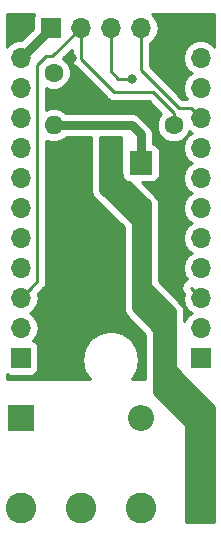
<source format=gtl>
G04 #@! TF.GenerationSoftware,KiCad,Pcbnew,(5.0.0)*
G04 #@! TF.CreationDate,2018-09-15T20:19:59-04:00*
G04 #@! TF.ProjectId,MotorPod Mini,4D6F746F72506F64204D696E692E6B69,rev?*
G04 #@! TF.SameCoordinates,Original*
G04 #@! TF.FileFunction,Copper,L1,Top,Signal*
G04 #@! TF.FilePolarity,Positive*
%FSLAX46Y46*%
G04 Gerber Fmt 4.6, Leading zero omitted, Abs format (unit mm)*
G04 Created by KiCad (PCBNEW (5.0.0)) date 09/15/18 20:19:59*
%MOMM*%
%LPD*%
G01*
G04 APERTURE LIST*
G04 #@! TA.AperFunction,ComponentPad*
%ADD10R,2.200000X2.200000*%
G04 #@! TD*
G04 #@! TA.AperFunction,ComponentPad*
%ADD11O,2.200000X2.200000*%
G04 #@! TD*
G04 #@! TA.AperFunction,ComponentPad*
%ADD12R,1.700000X1.700000*%
G04 #@! TD*
G04 #@! TA.AperFunction,ComponentPad*
%ADD13O,1.700000X1.700000*%
G04 #@! TD*
G04 #@! TA.AperFunction,ComponentPad*
%ADD14R,2.600000X2.600000*%
G04 #@! TD*
G04 #@! TA.AperFunction,ComponentPad*
%ADD15C,2.600000*%
G04 #@! TD*
G04 #@! TA.AperFunction,ComponentPad*
%ADD16R,1.905000X2.000000*%
G04 #@! TD*
G04 #@! TA.AperFunction,ComponentPad*
%ADD17O,1.905000X2.000000*%
G04 #@! TD*
G04 #@! TA.AperFunction,ComponentPad*
%ADD18O,1.600000X1.600000*%
G04 #@! TD*
G04 #@! TA.AperFunction,ComponentPad*
%ADD19C,1.600000*%
G04 #@! TD*
G04 #@! TA.AperFunction,ViaPad*
%ADD20C,0.800000*%
G04 #@! TD*
G04 #@! TA.AperFunction,Conductor*
%ADD21C,0.762000*%
G04 #@! TD*
G04 #@! TA.AperFunction,Conductor*
%ADD22C,0.254000*%
G04 #@! TD*
G04 #@! TA.AperFunction,Conductor*
%ADD23C,0.250000*%
G04 #@! TD*
G04 APERTURE END LIST*
D10*
G04 #@! TO.P,D1,1*
G04 #@! TO.N,+BATT*
X187960000Y-81280000D03*
D11*
G04 #@! TO.P,D1,2*
G04 #@! TO.N,/MOTOR_P*
X198120000Y-81280000D03*
G04 #@! TD*
D12*
G04 #@! TO.P,J2,1*
G04 #@! TO.N,Net-(J2-Pad1)*
X203200000Y-76200000D03*
D13*
G04 #@! TO.P,J2,2*
G04 #@! TO.N,Net-(J2-Pad2)*
X203200000Y-73660000D03*
G04 #@! TO.P,J2,3*
G04 #@! TO.N,Net-(J2-Pad3)*
X203200000Y-71120000D03*
G04 #@! TO.P,J2,4*
G04 #@! TO.N,Net-(J2-Pad4)*
X203200000Y-68580000D03*
G04 #@! TO.P,J2,5*
G04 #@! TO.N,Net-(J2-Pad5)*
X203200000Y-66040000D03*
G04 #@! TO.P,J2,6*
G04 #@! TO.N,Net-(J2-Pad6)*
X203200000Y-63500000D03*
G04 #@! TO.P,J2,7*
G04 #@! TO.N,/TRIG*
X203200000Y-60960000D03*
G04 #@! TO.P,J2,8*
G04 #@! TO.N,/TX*
X203200000Y-58420000D03*
G04 #@! TO.P,J2,9*
G04 #@! TO.N,/RX*
X203200000Y-55880000D03*
G04 #@! TO.P,J2,10*
G04 #@! TO.N,Net-(J2-Pad10)*
X203200000Y-53340000D03*
G04 #@! TO.P,J2,11*
G04 #@! TO.N,+BATT*
X203200000Y-50800000D03*
G04 #@! TO.P,J2,12*
G04 #@! TO.N,Earth*
X203200000Y-48260000D03*
G04 #@! TD*
G04 #@! TO.P,J3,12*
G04 #@! TO.N,Earth*
X187960000Y-48260000D03*
G04 #@! TO.P,J3,11*
G04 #@! TO.N,+3V3*
X187960000Y-50800000D03*
G04 #@! TO.P,J3,10*
G04 #@! TO.N,Net-(J3-Pad10)*
X187960000Y-53340000D03*
G04 #@! TO.P,J3,9*
G04 #@! TO.N,Net-(J3-Pad9)*
X187960000Y-55880000D03*
G04 #@! TO.P,J3,8*
G04 #@! TO.N,Net-(J3-Pad8)*
X187960000Y-58420000D03*
G04 #@! TO.P,J3,7*
G04 #@! TO.N,Net-(J3-Pad7)*
X187960000Y-60960000D03*
G04 #@! TO.P,J3,6*
G04 #@! TO.N,Net-(J3-Pad6)*
X187960000Y-63500000D03*
G04 #@! TO.P,J3,5*
G04 #@! TO.N,Net-(J3-Pad5)*
X187960000Y-66040000D03*
G04 #@! TO.P,J3,4*
G04 #@! TO.N,Net-(J3-Pad4)*
X187960000Y-68580000D03*
G04 #@! TO.P,J3,3*
G04 #@! TO.N,/MOTOR_PWM*
X187960000Y-71120000D03*
G04 #@! TO.P,J3,2*
G04 #@! TO.N,Net-(J3-Pad2)*
X187960000Y-73660000D03*
D12*
G04 #@! TO.P,J3,1*
G04 #@! TO.N,Net-(J3-Pad1)*
X187960000Y-76200000D03*
G04 #@! TD*
D14*
G04 #@! TO.P,J1,1*
G04 #@! TO.N,/MOTOR_N*
X203200000Y-88900000D03*
D15*
G04 #@! TO.P,J1,2*
G04 #@! TO.N,/MOTOR_P*
X198120000Y-88900000D03*
G04 #@! TO.P,J1,3*
G04 #@! TO.N,Earth*
X193040000Y-88900000D03*
G04 #@! TO.P,J1,4*
G04 #@! TO.N,+BATT*
X187960000Y-88900000D03*
G04 #@! TD*
D16*
G04 #@! TO.P,Q1,1*
G04 #@! TO.N,Net-(Q1-Pad1)*
X198120000Y-59690000D03*
D17*
G04 #@! TO.P,Q1,2*
G04 #@! TO.N,/MOTOR_N*
X195580000Y-59690000D03*
G04 #@! TO.P,Q1,3*
G04 #@! TO.N,Earth*
X193040000Y-59690000D03*
G04 #@! TD*
D18*
G04 #@! TO.P,R1,2*
G04 #@! TO.N,Earth*
X200914000Y-52070000D03*
D19*
G04 #@! TO.P,R1,1*
G04 #@! TO.N,Net-(Q1-Pad1)*
X190754000Y-52070000D03*
G04 #@! TD*
G04 #@! TO.P,R2,1*
G04 #@! TO.N,/MOTOR_PWM*
X200914000Y-56515000D03*
D18*
G04 #@! TO.P,R2,2*
G04 #@! TO.N,Net-(Q1-Pad1)*
X190754000Y-56515000D03*
G04 #@! TD*
D12*
G04 #@! TO.P,J4,1*
G04 #@! TO.N,+3V3*
X190500000Y-48260000D03*
D13*
G04 #@! TO.P,J4,2*
G04 #@! TO.N,/MOTOR_PWM*
X193040000Y-48260000D03*
G04 #@! TO.P,J4,3*
G04 #@! TO.N,/TX*
X195580000Y-48260000D03*
G04 #@! TO.P,J4,4*
G04 #@! TO.N,/RX*
X198120000Y-48260000D03*
G04 #@! TO.P,J4,5*
G04 #@! TO.N,Earth*
X200660000Y-48260000D03*
G04 #@! TD*
D20*
G04 #@! TO.N,Earth*
X194945000Y-54610000D03*
X199390000Y-51435000D03*
X198755000Y-55245000D03*
X192314990Y-50784814D03*
G04 #@! TO.N,/TX*
X197358000Y-52578000D03*
G04 #@! TD*
D21*
G04 #@! TO.N,Net-(Q1-Pad1)*
X190754000Y-56515000D02*
X197358000Y-56515000D01*
X198120000Y-57277000D02*
X198120000Y-59690000D01*
X197358000Y-56515000D02*
X198120000Y-57277000D01*
D22*
G04 #@! TO.N,Net-(J2-Pad3)*
X202350001Y-70270001D02*
X203200000Y-71120000D01*
G04 #@! TO.N,/MOTOR_PWM*
X188809999Y-70270001D02*
X187960000Y-71120000D01*
X189357000Y-69723000D02*
X188809999Y-70270001D01*
X189357000Y-51435000D02*
X189357000Y-69723000D01*
X190119000Y-50673000D02*
X189357000Y-51435000D01*
X193040000Y-48260000D02*
X190627000Y-50673000D01*
X190627000Y-50673000D02*
X190119000Y-50673000D01*
D23*
X193040000Y-50927000D02*
X193040000Y-48260000D01*
X195834000Y-53721000D02*
X193040000Y-50927000D01*
X199136000Y-53721000D02*
X195834000Y-53721000D01*
X200914000Y-55499000D02*
X199136000Y-53721000D01*
X200914000Y-56515000D02*
X200914000Y-55499000D01*
D22*
G04 #@! TO.N,/TX*
X197358000Y-52578000D02*
X196215000Y-52578000D01*
X195580000Y-51943000D02*
X195580000Y-48260000D01*
X196215000Y-52578000D02*
X195580000Y-51943000D01*
G04 #@! TO.N,/RX*
X202350001Y-55030001D02*
X201334001Y-55030001D01*
X203200000Y-55880000D02*
X202350001Y-55030001D01*
X198120000Y-51816000D02*
X198120000Y-48260000D01*
X201334001Y-55030001D02*
X198120000Y-51816000D01*
D21*
G04 #@! TO.N,+3V3*
X187960000Y-50800000D02*
X190500000Y-48260000D01*
G04 #@! TD*
D22*
G04 #@! TO.N,/MOTOR_N*
G36*
X196469000Y-60579000D02*
X196478667Y-60627601D01*
X196506197Y-60668803D01*
X196520060Y-60682666D01*
X196520060Y-60690000D01*
X196569343Y-60937765D01*
X196709691Y-61147809D01*
X196919735Y-61288157D01*
X197167500Y-61337440D01*
X197174834Y-61337440D01*
X198882000Y-63044606D01*
X198882000Y-69977000D01*
X198891667Y-70025601D01*
X198919197Y-70066803D01*
X201041000Y-72188606D01*
X201041000Y-76962000D01*
X201050667Y-77010601D01*
X201078197Y-77051803D01*
X204370001Y-80343607D01*
X204370001Y-90070000D01*
X201930000Y-90070000D01*
X201930000Y-81915000D01*
X201920333Y-81866399D01*
X201892803Y-81825197D01*
X199263000Y-79195394D01*
X199263000Y-74041000D01*
X199253333Y-73992399D01*
X199228844Y-73954346D01*
X197485000Y-72085942D01*
X197485000Y-64897000D01*
X197475333Y-64848399D01*
X197447803Y-64807197D01*
X194691000Y-62050394D01*
X194691000Y-57531000D01*
X196469000Y-57531000D01*
X196469000Y-60579000D01*
X196469000Y-60579000D01*
G37*
X196469000Y-60579000D02*
X196478667Y-60627601D01*
X196506197Y-60668803D01*
X196520060Y-60682666D01*
X196520060Y-60690000D01*
X196569343Y-60937765D01*
X196709691Y-61147809D01*
X196919735Y-61288157D01*
X197167500Y-61337440D01*
X197174834Y-61337440D01*
X198882000Y-63044606D01*
X198882000Y-69977000D01*
X198891667Y-70025601D01*
X198919197Y-70066803D01*
X201041000Y-72188606D01*
X201041000Y-76962000D01*
X201050667Y-77010601D01*
X201078197Y-77051803D01*
X204370001Y-80343607D01*
X204370001Y-90070000D01*
X201930000Y-90070000D01*
X201930000Y-81915000D01*
X201920333Y-81866399D01*
X201892803Y-81825197D01*
X199263000Y-79195394D01*
X199263000Y-74041000D01*
X199253333Y-73992399D01*
X199228844Y-73954346D01*
X197485000Y-72085942D01*
X197485000Y-64897000D01*
X197475333Y-64848399D01*
X197447803Y-64807197D01*
X194691000Y-62050394D01*
X194691000Y-57531000D01*
X196469000Y-57531000D01*
X196469000Y-60579000D01*
G04 #@! TO.N,Earth*
G36*
X193929000Y-62103000D02*
X193977336Y-62346004D01*
X194114987Y-62552013D01*
X196723000Y-65160026D01*
X196723000Y-72136000D01*
X196763311Y-72358642D01*
X196893780Y-72569272D01*
X198501000Y-74291293D01*
X198501000Y-77978000D01*
X197360620Y-77978000D01*
X197826620Y-77280580D01*
X198011724Y-76350000D01*
X197826620Y-75419420D01*
X197299489Y-74630511D01*
X196510580Y-74103380D01*
X195814897Y-73965000D01*
X195345103Y-73965000D01*
X194649420Y-74103380D01*
X193860511Y-74630511D01*
X193333380Y-75419420D01*
X193148276Y-76350000D01*
X193333380Y-77280580D01*
X193799380Y-77978000D01*
X186790000Y-77978000D01*
X186790000Y-77599891D01*
X186862235Y-77648157D01*
X187110000Y-77697440D01*
X188810000Y-77697440D01*
X189057765Y-77648157D01*
X189267809Y-77507809D01*
X189408157Y-77297765D01*
X189457440Y-77050000D01*
X189457440Y-75350000D01*
X189408157Y-75102235D01*
X189267809Y-74892191D01*
X189057765Y-74751843D01*
X189012381Y-74742816D01*
X189030625Y-74730625D01*
X189358839Y-74239418D01*
X189474092Y-73660000D01*
X189358839Y-73080582D01*
X189030625Y-72589375D01*
X188732239Y-72390000D01*
X189030625Y-72190625D01*
X189358839Y-71699418D01*
X189474092Y-71120000D01*
X189401679Y-70755952D01*
X189401881Y-70755750D01*
X189401883Y-70755747D01*
X189842749Y-70314882D01*
X189906371Y-70272371D01*
X190074788Y-70020317D01*
X190119000Y-69798048D01*
X190119000Y-69798044D01*
X190133927Y-69723001D01*
X190119000Y-69647958D01*
X190119000Y-57816566D01*
X190194091Y-57866740D01*
X190612667Y-57950000D01*
X190895333Y-57950000D01*
X191313909Y-57866740D01*
X191788577Y-57549577D01*
X191800990Y-57531000D01*
X193929000Y-57531000D01*
X193929000Y-62103000D01*
X193929000Y-62103000D01*
G37*
X193929000Y-62103000D02*
X193977336Y-62346004D01*
X194114987Y-62552013D01*
X196723000Y-65160026D01*
X196723000Y-72136000D01*
X196763311Y-72358642D01*
X196893780Y-72569272D01*
X198501000Y-74291293D01*
X198501000Y-77978000D01*
X197360620Y-77978000D01*
X197826620Y-77280580D01*
X198011724Y-76350000D01*
X197826620Y-75419420D01*
X197299489Y-74630511D01*
X196510580Y-74103380D01*
X195814897Y-73965000D01*
X195345103Y-73965000D01*
X194649420Y-74103380D01*
X193860511Y-74630511D01*
X193333380Y-75419420D01*
X193148276Y-76350000D01*
X193333380Y-77280580D01*
X193799380Y-77978000D01*
X186790000Y-77978000D01*
X186790000Y-77599891D01*
X186862235Y-77648157D01*
X187110000Y-77697440D01*
X188810000Y-77697440D01*
X189057765Y-77648157D01*
X189267809Y-77507809D01*
X189408157Y-77297765D01*
X189457440Y-77050000D01*
X189457440Y-75350000D01*
X189408157Y-75102235D01*
X189267809Y-74892191D01*
X189057765Y-74751843D01*
X189012381Y-74742816D01*
X189030625Y-74730625D01*
X189358839Y-74239418D01*
X189474092Y-73660000D01*
X189358839Y-73080582D01*
X189030625Y-72589375D01*
X188732239Y-72390000D01*
X189030625Y-72190625D01*
X189358839Y-71699418D01*
X189474092Y-71120000D01*
X189401679Y-70755952D01*
X189401881Y-70755750D01*
X189401883Y-70755747D01*
X189842749Y-70314882D01*
X189906371Y-70272371D01*
X190074788Y-70020317D01*
X190119000Y-69798048D01*
X190119000Y-69798044D01*
X190133927Y-69723001D01*
X190119000Y-69647958D01*
X190119000Y-57816566D01*
X190194091Y-57866740D01*
X190612667Y-57950000D01*
X190895333Y-57950000D01*
X191313909Y-57866740D01*
X191788577Y-57549577D01*
X191800990Y-57531000D01*
X193929000Y-57531000D01*
X193929000Y-62103000D01*
G36*
X192280000Y-50852153D02*
X192265112Y-50927000D01*
X192280000Y-51001847D01*
X192280000Y-51001851D01*
X192324096Y-51223536D01*
X192492071Y-51474929D01*
X192555530Y-51517331D01*
X195243670Y-54205472D01*
X195286071Y-54268929D01*
X195349527Y-54311329D01*
X195537462Y-54436904D01*
X195585605Y-54446480D01*
X195759148Y-54481000D01*
X195759152Y-54481000D01*
X195834000Y-54495888D01*
X195908848Y-54481000D01*
X198821199Y-54481000D01*
X199869901Y-55529703D01*
X199697466Y-55702138D01*
X199479000Y-56229561D01*
X199479000Y-56800439D01*
X199697466Y-57327862D01*
X200101138Y-57731534D01*
X200628561Y-57950000D01*
X201199439Y-57950000D01*
X201726862Y-57731534D01*
X202130534Y-57327862D01*
X202252667Y-57033006D01*
X202427761Y-57150000D01*
X202129375Y-57349375D01*
X201801161Y-57840582D01*
X201685908Y-58420000D01*
X201801161Y-58999418D01*
X202129375Y-59490625D01*
X202427761Y-59690000D01*
X202129375Y-59889375D01*
X201801161Y-60380582D01*
X201685908Y-60960000D01*
X201801161Y-61539418D01*
X202129375Y-62030625D01*
X202427761Y-62230000D01*
X202129375Y-62429375D01*
X201801161Y-62920582D01*
X201685908Y-63500000D01*
X201801161Y-64079418D01*
X202129375Y-64570625D01*
X202427761Y-64770000D01*
X202129375Y-64969375D01*
X201801161Y-65460582D01*
X201685908Y-66040000D01*
X201801161Y-66619418D01*
X202129375Y-67110625D01*
X202427761Y-67310000D01*
X202129375Y-67509375D01*
X201801161Y-68000582D01*
X201685908Y-68580000D01*
X201801161Y-69159418D01*
X202062336Y-69550294D01*
X202052684Y-69552214D01*
X201800630Y-69720630D01*
X201632214Y-69972684D01*
X201573074Y-70270001D01*
X201632214Y-70567318D01*
X201758119Y-70755749D01*
X201758321Y-70755951D01*
X201685908Y-71120000D01*
X201801161Y-71699418D01*
X202129375Y-72190625D01*
X202427761Y-72390000D01*
X202129375Y-72589375D01*
X201803000Y-73077830D01*
X201803000Y-72136000D01*
X201754664Y-71892996D01*
X201617013Y-71686987D01*
X199644000Y-69713974D01*
X199644000Y-62992000D01*
X199595664Y-62748996D01*
X199458013Y-62542987D01*
X198252466Y-61337440D01*
X199072500Y-61337440D01*
X199320265Y-61288157D01*
X199530309Y-61147809D01*
X199670657Y-60937765D01*
X199719940Y-60690000D01*
X199719940Y-58690000D01*
X199670657Y-58442235D01*
X199530309Y-58232191D01*
X199320265Y-58091843D01*
X199136000Y-58055191D01*
X199136000Y-57377064D01*
X199155904Y-57277000D01*
X199133161Y-57162663D01*
X199077051Y-56880577D01*
X198852495Y-56544505D01*
X198767663Y-56487823D01*
X198147179Y-55867339D01*
X198090495Y-55782505D01*
X197754423Y-55557949D01*
X197458065Y-55499000D01*
X197458063Y-55499000D01*
X197358000Y-55479096D01*
X197257937Y-55499000D01*
X191800990Y-55499000D01*
X191788577Y-55480423D01*
X191313909Y-55163260D01*
X190895333Y-55080000D01*
X190612667Y-55080000D01*
X190194091Y-55163260D01*
X190119000Y-55213434D01*
X190119000Y-53360207D01*
X190468561Y-53505000D01*
X191039439Y-53505000D01*
X191566862Y-53286534D01*
X191970534Y-52882862D01*
X192189000Y-52355439D01*
X192189000Y-51784561D01*
X191970534Y-51257138D01*
X191566862Y-50853466D01*
X191536670Y-50840960D01*
X192280000Y-50097630D01*
X192280000Y-50852153D01*
X192280000Y-50852153D01*
G37*
X192280000Y-50852153D02*
X192265112Y-50927000D01*
X192280000Y-51001847D01*
X192280000Y-51001851D01*
X192324096Y-51223536D01*
X192492071Y-51474929D01*
X192555530Y-51517331D01*
X195243670Y-54205472D01*
X195286071Y-54268929D01*
X195349527Y-54311329D01*
X195537462Y-54436904D01*
X195585605Y-54446480D01*
X195759148Y-54481000D01*
X195759152Y-54481000D01*
X195834000Y-54495888D01*
X195908848Y-54481000D01*
X198821199Y-54481000D01*
X199869901Y-55529703D01*
X199697466Y-55702138D01*
X199479000Y-56229561D01*
X199479000Y-56800439D01*
X199697466Y-57327862D01*
X200101138Y-57731534D01*
X200628561Y-57950000D01*
X201199439Y-57950000D01*
X201726862Y-57731534D01*
X202130534Y-57327862D01*
X202252667Y-57033006D01*
X202427761Y-57150000D01*
X202129375Y-57349375D01*
X201801161Y-57840582D01*
X201685908Y-58420000D01*
X201801161Y-58999418D01*
X202129375Y-59490625D01*
X202427761Y-59690000D01*
X202129375Y-59889375D01*
X201801161Y-60380582D01*
X201685908Y-60960000D01*
X201801161Y-61539418D01*
X202129375Y-62030625D01*
X202427761Y-62230000D01*
X202129375Y-62429375D01*
X201801161Y-62920582D01*
X201685908Y-63500000D01*
X201801161Y-64079418D01*
X202129375Y-64570625D01*
X202427761Y-64770000D01*
X202129375Y-64969375D01*
X201801161Y-65460582D01*
X201685908Y-66040000D01*
X201801161Y-66619418D01*
X202129375Y-67110625D01*
X202427761Y-67310000D01*
X202129375Y-67509375D01*
X201801161Y-68000582D01*
X201685908Y-68580000D01*
X201801161Y-69159418D01*
X202062336Y-69550294D01*
X202052684Y-69552214D01*
X201800630Y-69720630D01*
X201632214Y-69972684D01*
X201573074Y-70270001D01*
X201632214Y-70567318D01*
X201758119Y-70755749D01*
X201758321Y-70755951D01*
X201685908Y-71120000D01*
X201801161Y-71699418D01*
X202129375Y-72190625D01*
X202427761Y-72390000D01*
X202129375Y-72589375D01*
X201803000Y-73077830D01*
X201803000Y-72136000D01*
X201754664Y-71892996D01*
X201617013Y-71686987D01*
X199644000Y-69713974D01*
X199644000Y-62992000D01*
X199595664Y-62748996D01*
X199458013Y-62542987D01*
X198252466Y-61337440D01*
X199072500Y-61337440D01*
X199320265Y-61288157D01*
X199530309Y-61147809D01*
X199670657Y-60937765D01*
X199719940Y-60690000D01*
X199719940Y-58690000D01*
X199670657Y-58442235D01*
X199530309Y-58232191D01*
X199320265Y-58091843D01*
X199136000Y-58055191D01*
X199136000Y-57377064D01*
X199155904Y-57277000D01*
X199133161Y-57162663D01*
X199077051Y-56880577D01*
X198852495Y-56544505D01*
X198767663Y-56487823D01*
X198147179Y-55867339D01*
X198090495Y-55782505D01*
X197754423Y-55557949D01*
X197458065Y-55499000D01*
X197458063Y-55499000D01*
X197358000Y-55479096D01*
X197257937Y-55499000D01*
X191800990Y-55499000D01*
X191788577Y-55480423D01*
X191313909Y-55163260D01*
X190895333Y-55080000D01*
X190612667Y-55080000D01*
X190194091Y-55163260D01*
X190119000Y-55213434D01*
X190119000Y-53360207D01*
X190468561Y-53505000D01*
X191039439Y-53505000D01*
X191566862Y-53286534D01*
X191970534Y-52882862D01*
X192189000Y-52355439D01*
X192189000Y-51784561D01*
X191970534Y-51257138D01*
X191566862Y-50853466D01*
X191536670Y-50840960D01*
X192280000Y-50097630D01*
X192280000Y-50852153D01*
G36*
X204370000Y-49878100D02*
X204270625Y-49729375D01*
X203779418Y-49401161D01*
X203346256Y-49315000D01*
X203053744Y-49315000D01*
X202620582Y-49401161D01*
X202129375Y-49729375D01*
X201801161Y-50220582D01*
X201685908Y-50800000D01*
X201801161Y-51379418D01*
X202129375Y-51870625D01*
X202427761Y-52070000D01*
X202129375Y-52269375D01*
X201801161Y-52760582D01*
X201685908Y-53340000D01*
X201801161Y-53919418D01*
X202034077Y-54268001D01*
X201649632Y-54268001D01*
X198882000Y-51500370D01*
X198882000Y-49536842D01*
X199190625Y-49330625D01*
X199518839Y-48839418D01*
X199634092Y-48260000D01*
X199518839Y-47680582D01*
X199190625Y-47189375D01*
X199041900Y-47090000D01*
X204370000Y-47090000D01*
X204370000Y-49878100D01*
X204370000Y-49878100D01*
G37*
X204370000Y-49878100D02*
X204270625Y-49729375D01*
X203779418Y-49401161D01*
X203346256Y-49315000D01*
X203053744Y-49315000D01*
X202620582Y-49401161D01*
X202129375Y-49729375D01*
X201801161Y-50220582D01*
X201685908Y-50800000D01*
X201801161Y-51379418D01*
X202129375Y-51870625D01*
X202427761Y-52070000D01*
X202129375Y-52269375D01*
X201801161Y-52760582D01*
X201685908Y-53340000D01*
X201801161Y-53919418D01*
X202034077Y-54268001D01*
X201649632Y-54268001D01*
X198882000Y-51500370D01*
X198882000Y-49536842D01*
X199190625Y-49330625D01*
X199518839Y-48839418D01*
X199634092Y-48260000D01*
X199518839Y-47680582D01*
X199190625Y-47189375D01*
X199041900Y-47090000D01*
X204370000Y-47090000D01*
X204370000Y-49878100D01*
G36*
X189051843Y-47162235D02*
X189002560Y-47410000D01*
X189002560Y-48320599D01*
X188008160Y-49315000D01*
X187813744Y-49315000D01*
X187380582Y-49401161D01*
X186889375Y-49729375D01*
X186790000Y-49878100D01*
X186790000Y-47090000D01*
X189100109Y-47090000D01*
X189051843Y-47162235D01*
X189051843Y-47162235D01*
G37*
X189051843Y-47162235D02*
X189002560Y-47410000D01*
X189002560Y-48320599D01*
X188008160Y-49315000D01*
X187813744Y-49315000D01*
X187380582Y-49401161D01*
X186889375Y-49729375D01*
X186790000Y-49878100D01*
X186790000Y-47090000D01*
X189100109Y-47090000D01*
X189051843Y-47162235D01*
G04 #@! TD*
M02*

</source>
